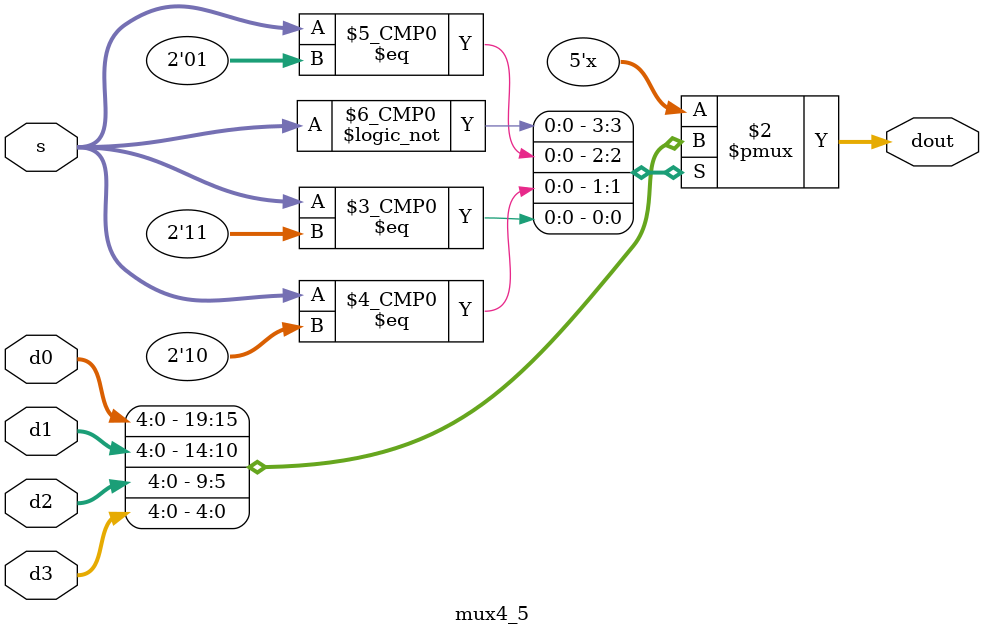
<source format=v>
`timescale 1ns / 1ps
module mux4_5(
    input [4:0] d0,
    input [4:0] d1,
    input [4:0] d2,
    input [4:0] d3,
    input [1:0] s,
    output reg [4:0] dout
    );
	 
	 always@(d0 or d1 or d2 or d3 or s)
		case(s)
         2'b00: dout = d0;
         2'b01: dout = d1;
         2'b10: dout = d2;
         2'b11: dout = d3;
      endcase


endmodule

</source>
